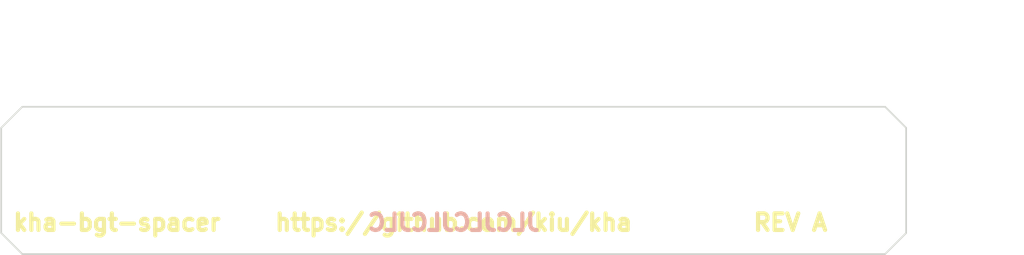
<source format=kicad_pcb>
(kicad_pcb (version 20221018) (generator pcbnew)
  (layers (0 "F.Cu" signal) (31 "B.Cu" signal) (34 "B.Paste" user) (35 "F.Paste" user) (36 "B.SilkS" user "B.Silkscreen") (37 "F.SilkS" user "F.Silkscreen") (38 "B.Mask" user) (39 "F.Mask" user) (44 "Edge.Cuts" user))
  (net 0 "")
  (footprint "MountingHole:MountingHole_2.5mm" (layer "F.Cu") (at 95.25 53.6575)
    (fp_text reference "H2" hide)
    (fp_text value "MountingHole")
    (pad "" np_thru_hole circle (at 0 0) (size 2.5 2.5) (drill 2.5) (layers "*.Cu" "*.Mask"))
  )
  (footprint "MountingHole:MountingHole_2.5mm" (layer "F.Cu") (at 115.57 53.6575)
    (fp_text reference "H3" hide)
    (fp_text value "MountingHole")
    (pad "" np_thru_hole circle (at 0 0) (size 2.5 2.5) (drill 2.5) (layers "*.Cu" "*.Mask"))
  )
  (footprint "MountingHole:MountingHole_2.5mm" (layer "F.Cu") (at 74.93 53.6575)
    (fp_text reference "H1" hide)
    (fp_text value "MountingHole")
    (pad "" np_thru_hole circle (at 0 0) (size 2.5 2.5) (drill 2.5) (layers "*.Cu" "*.Mask"))
  )
  (gr_line (start 69.215 50.8) (end 121.285 50.8) (stroke (width 0.1)) (layer "Edge.Cuts"))
  (gr_line (start 122.555 52.07) (end 122.555 58.42) (stroke (width 0.1)) (layer "Edge.Cuts"))
  (gr_line (start 67.945 58.42) (end 69.215 59.69) (stroke (width 0.1)) (layer "Edge.Cuts"))
  (gr_line (start 67.945 52.07) (end 69.215 50.8) (stroke (width 0.1)) (layer "Edge.Cuts"))
  (gr_line (start 69.215 59.69) (end 121.285 59.69) (stroke (width 0.1)) (layer "Edge.Cuts"))
  (gr_line (start 121.285 50.8) (end 122.555 52.07) (stroke (width 0.1)) (layer "Edge.Cuts"))
  (gr_line (start 67.945 52.07) (end 67.945 58.42) (stroke (width 0.1)) (layer "Edge.Cuts"))
  (gr_line (start 121.285 59.69) (end 122.555 58.42) (stroke (width 0.1)) (layer "Edge.Cuts"))
  (gr_text "JLCJLCJLCJLC" (at 95.25 57.785) (layer "B.SilkS") (effects (font (size 1 1) (thickness 0.25) bold) (justify mirror)))
  (gr_text "kha-bgt-spacer" (at 74.93 57.785) (layer "F.SilkS") (effects (font (size 1 1) (thickness 0.25) bold)))
  (gr_text "REV A" (at 115.57 57.785) (layer "F.SilkS") (effects (font (size 1 1) (thickness 0.25) bold)))
  (gr_text "https://github.com/kiu/kha" (at 95.25 57.785) (layer "F.SilkS") (effects (font (size 1 1) (thickness 0.25) bold)))
)
</source>
